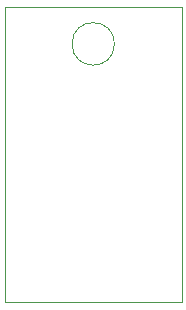
<source format=gbr>
%TF.GenerationSoftware,KiCad,Pcbnew,8.0.4-8.0.4-0~ubuntu22.04.1*%
%TF.CreationDate,2024-08-06T19:19:49+09:30*%
%TF.ProjectId,apds9306-65_breakout-board,61706473-3933-4303-962d-36355f627265,1.0*%
%TF.SameCoordinates,Original*%
%TF.FileFunction,Profile,NP*%
%FSLAX46Y46*%
G04 Gerber Fmt 4.6, Leading zero omitted, Abs format (unit mm)*
G04 Created by KiCad (PCBNEW 8.0.4-8.0.4-0~ubuntu22.04.1) date 2024-08-06 19:19:49*
%MOMM*%
%LPD*%
G01*
G04 APERTURE LIST*
%TA.AperFunction,Profile*%
%ADD10C,0.050000*%
%TD*%
G04 APERTURE END LIST*
D10*
X134580000Y-94380000D02*
X149580000Y-94380000D01*
X149580000Y-119380000D01*
X134580000Y-119380000D01*
X134580000Y-94380000D01*
X143870000Y-97500000D02*
G75*
G02*
X140270000Y-97500000I-1800000J0D01*
G01*
X140270000Y-97500000D02*
G75*
G02*
X143870000Y-97500000I1800000J0D01*
G01*
M02*

</source>
